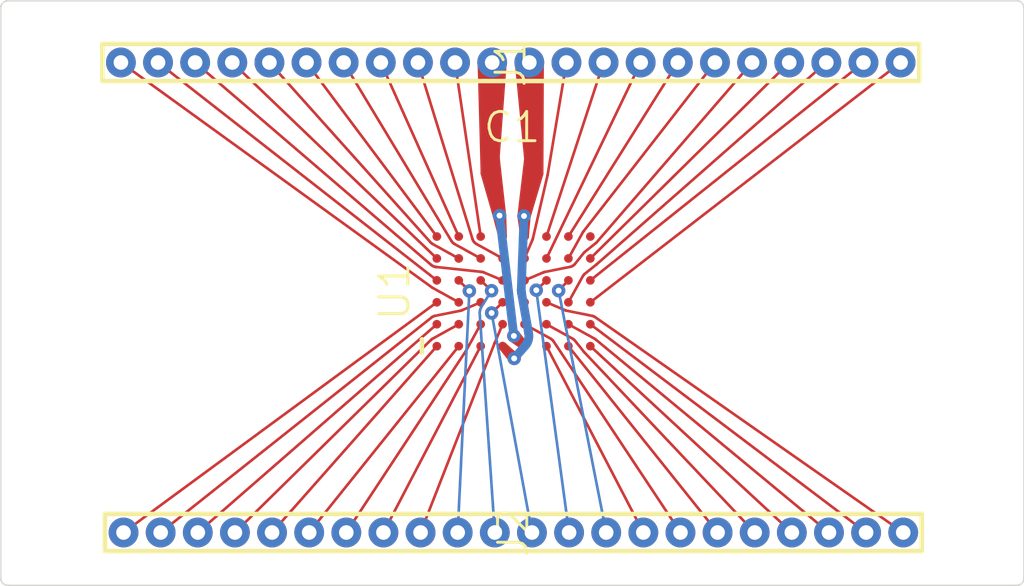
<source format=kicad_pcb>
(kicad_pcb (version 20221018) (generator jitx)
  (layers (0 F.Cu signal) (1 In1.Cu signal) (2 In2.Cu signal) (31 B.Cu signal) (34 "B.Paste" user) (35 "F.Paste" user) (36 "B.SilkS" user "B.Silkscreen") (37 "F.SilkS" user "F.Silkscreen") (38 "B.Mask" user) (39 "F.Mask" user) (44 "Edge.Cuts" user))
  (net 1 "escape8_p")
  (net 2 "escape7_p")
  (net 3 "escape16_p")
  (net 4 "escape27_p")
  (net 5 "escape1_p")
  (net 6 "escape20_p")
  (net 7 "escape11_p")
  (net 8 "escape32_p")
  (net 9 "escape22_p")
  (net 10 "escape18_p")
  (net 11 "escape25_p")
  (net 12 "escape6_p")
  (net 13 "escape10_p")
  (net 14 "escape42_p")
  (net 15 "escape40_p")
  (net 16 "escape34_p")
  (net 17 "escape38_p")
  (net 18 "escape0_p")
  (net 19 "escape28_p")
  (net 20 "escape3_p")
  (net 21 "escape24_p")
  (net 22 "escape4_p")
  (net 23 "escape15_p")
  (net 24 "escape5_p")
  (net 25 "escape2_p")
  (net 26 "escape21_p")
  (net 27 "escape26_p")
  (net 28 "escape19_p")
  (net 29 "escape12_p")
  (net 30 "escape29_p")
  (net 31 "escape39_p")
  (net 32 "escape13_p")
  (net 33 "escape36_p")
  (net 34 "escape14_p")
  (net 35 "escape43_p")
  (net 36 "escape33_p")
  (net 37 "escape23_p")
  (net 38 "escape31_p")
  (net 39 "escape41_p")
  (net 40 "escape37_p")
  (net 41 "escape30_p")
  (net 42 "escape9_p")
  (net 43 "escape17_p")
  (net 44 "escape35_p")
  (footprint "jitx-design:dummy0" (layer F.Cu) (at 139.694151568732 109.600106167648 0.0)
    (fp_poly (pts (xy -0.304598391973712 -0.296704390466782) (xy -0.341149675171227 -0.249069830793876) (xy -0.364126772347292 -0.193598211167455) (xy -0.371963832300806 -0.134069830793876) (xy -0.364126772347292 -0.0745414504202959) (xy -0.341149675171227 -0.0190698307938757) (xy -0.304598391973712 0.0285647288790303) (xy -0.256963832300806 0.0651160120765453) (xy 0.148838832300806 0.344141109606811) (xy 0.184714499341807 0.359001297454375) (xy 0.223213832300806 0.364069830793876) (xy 0.261713165259806 0.359001297454375) (xy 0.297588832300806 0.344141109606811) (xy 0.328395966002305 0.320501964495375) (xy 0.352035111113742 0.289694830793876) (xy 0.366895298961305 0.253819163752876) (xy 0.371963832300806 0.215319830793876) (xy 0.366895298961305 0.176820497834876) (xy 0.352035111113742 0.140944830793876) (xy 0.0572220105696145 -0.249069830793876) (xy 0.0206707273720996 -0.296704390466782) (xy -0.0269638323008063 -0.333255673664297) (xy -0.0824354519272266 -0.356232770840361) (xy -0.141963832300806 -0.364069830793876) (xy -0.201492212674386 -0.356232770840361) (xy -0.256963832300806 -0.333255673664297)) (layer F.Cu))
  )
  (footprint "jitx-design:dummy1" (layer F.Cu) (at 138.853303044004 104.279688174687 0.0)
    (fp_poly (pts (xy 0.00940851825906597 1.18513822353592) (xy 0.0459598014565809 1.23277278320883) (xy 0.0935943611294868 1.26932406640635) (xy 0.149065980755907 1.29230116358241) (xy 0.208594361129487 1.30013822353592) (xy 0.268122741503067 1.29230116358241) (xy 0.323594361129487 1.26932406640635) (xy 0.371228920802393 1.23277278320883) (xy 0.407780203999908 1.18513822353593) (xy 0.430757301175973 1.1296666039095) (xy 0.438594361129487 1.07013822353592) (xy 0.173537673226478 -1.30013822353592) (xy -0.438594361129487 -1.30013822353592) (xy -0.438594361129487 -0.350138223535925) (xy -0.0135685789169989 1.1296666039095)) (layer F.Cu))
  )
  (footprint "jitx-design:dummy2" (layer F.Cu) (at 138.810250529864 101.770981284475 0.0)
    (fp_poly (pts (xy -0.12940952255126 -2.14153157982093) (xy -0.25 -2.09158136856862) (xy -0.353553390593274 -2.01212205726967) (xy -0.433012701892219 -1.9085686666764) (xy -0.482962913144534 -1.78797818922766) (xy -0.5 -1.6585686666764) (xy -0.395541846989067 2.1585686666764) (xy 0.216590187366898 2.1585686666764) (xy 0.5 -1.6585686666764) (xy 0.482962913144534 -1.78797818922766) (xy 0.433012701892219 -1.9085686666764) (xy 0.353553390593274 -2.01212205726967) (xy 0.25 -2.09158136856862) (xy 0.12940952255126 -2.14153157982093) (xy 0.0 -2.1585686666764)) (layer F.Cu))
  )
  (footprint "jitx-design:dummy3" (layer F.Cu) (at 139.074006403083 105.667001198332 0.0)
    (fp_poly (pts (xy -0.0716373783231831 -0.539337740155676) (xy -0.127108997949603 -0.516360642979611) (xy -0.174743557622509 -0.479809359782096) (xy -0.211294840820024 -0.43217480010919) (xy -0.234271937996089 -0.37670318048277) (xy -0.242108997949603 -0.31717480010919) (xy -0.234271937996089 -0.25764641973561) (xy -0.0503224687108955 0.43692413306819) (xy -0.0354622808633318 0.47279980010919) (xy -0.0118231357518955 0.503606933810689) (xy 0.0189839979496034 0.527246078922125) (xy 0.0548596649906035 0.542106266769689) (xy 0.0933589979496035 0.54717480010919) (xy 0.131858330908603 0.542106266769689) (xy 0.167733997949603 0.527246078922125) (xy 0.198541131651102 0.503606933810689) (xy 0.222180276762539 0.47279980010919) (xy 0.237040464610102 0.43692413306819) (xy 0.242108997949603 0.39842480010919) (xy 0.217891002050397 -0.31717480010919) (xy 0.210053942096882 -0.37670318048277) (xy 0.187076844920818 -0.43217480010919) (xy 0.150525561723303 -0.479809359782096) (xy 0.102891002050397 -0.516360642979611) (xy 0.0474193824239764 -0.539337740155676) (xy -0.0121089979496034 -0.54717480010919)) (layer F.Cu))
  )
  (footprint "jitx-design:dummy4" (layer F.Cu) (at 139.899366387764 105.673980106521 0.0)
    (fp_poly (pts (xy -0.0595283803735798 -0.532358831967091) (xy -0.115 -0.509381734791026) (xy -0.162634559672906 -0.472830451593511) (xy -0.199185842870421 -0.425195891920605) (xy -0.222162940046486 -0.369724272294185) (xy -0.23 -0.310195891920605) (xy -0.222162940046486 -0.250667511547025) (xy -0.125682453391565 0.429945224879605) (xy -0.110822265544001 0.465820891920605) (xy -0.0871831204325648 0.496628025622104) (xy -0.0563759867310659 0.52026717073354) (xy -0.0205003196900658 0.535127358581104) (xy 0.0179990132689342 0.540195891920605) (xy 0.056498346227934 0.535127358581104) (xy 0.0923740132689341 0.52026717073354) (xy 0.123181146970433 0.496628025622104) (xy 0.146820292081869 0.465820891920605) (xy 0.161680479929433 0.429945224879605) (xy 0.166749013268934 0.391445891920605) (xy 0.23 -0.310195891920605) (xy 0.222162940046486 -0.369724272294185) (xy 0.199185842870421 -0.425195891920605) (xy 0.162634559672906 -0.472830451593511) (xy 0.115 -0.509381734791026) (xy 0.0595283803735798 -0.532358831967091) (xy 0.0 -0.540195891920605)) (layer F.Cu))
  )
  (footprint "jitx-design:dummy5" (layer F.Cu) (at 139.39038373325 110.051273165471 0.0)
    (fp_poly (pts (xy 0.0717683322170883 0.357802247786334) (xy 0.120004523196584 0.37778233228726) (xy 0.171768332217088 0.384597167029446) (xy 0.223532141237592 0.37778233228726) (xy 0.271768332217088 0.357802247786334) (xy 0.313189688454398 0.326018523266756) (xy 0.344973412973976 0.284597167029446) (xy 0.364953497474902 0.23636097604995) (xy 0.371768332217088 0.184597167029446) (xy 0.364953497474902 0.132833358008942) (xy 0.344973412973976 0.0845971670294459) (xy 0.313189688454398 0.0431758107921363) (xy -0.117836198515589 -0.341029300730945) (xy -0.148643332217088 -0.364668445842381) (xy -0.184518999258088 -0.379528633689945) (xy -0.223018332217088 -0.384597167029446) (xy -0.261517665176088 -0.379528633689945) (xy -0.297393332217088 -0.364668445842381) (xy -0.328200465918587 -0.341029300730945) (xy -0.351839611030024 -0.310222167029446) (xy -0.366699798877587 -0.274346499988446) (xy -0.371768332217088 -0.235847167029446) (xy -0.366699798877587 -0.197347834070446) (xy -0.351839611030024 -0.161472167029446) (xy -0.328200465918587 -0.130665033327947) (xy 0.0303469759797788 0.326018523266755)) (layer F.Cu))
  )
  (footprint "jitx-design:dummy6" (layer F.Cu) (at 140.080250529864 101.770981284475 0.0)
    (fp_poly (pts (xy -0.12940952255126 -2.14153157982093) (xy -0.25 -2.09158136856862) (xy -0.353553390593274 -2.01212205726967) (xy -0.433012701892219 -1.9085686666764) (xy -0.482962913144534 -1.78797818922766) (xy -0.5 -1.6585686666764) (xy -0.127673881345032 2.1585686666764) (xy 0.484458153010932 2.1585686666764) (xy 0.5 -1.6585686666764) (xy 0.482962913144534 -1.78797818922766) (xy 0.433012701892219 -1.9085686666764) (xy 0.353553390593274 -2.01212205726967) (xy 0.25 -2.09158136856862) (xy 0.12940952255126 -2.14153157982093) (xy 0.0 -2.1585686666764)) (layer F.Cu))
  )
  (footprint "jitx-design:dummy7" (layer F.Cu) (at 140.117037535319 104.286667082876 0.0)
    (fp_poly (pts (xy -0.416856990425798 1.19211713172451) (xy -0.380305707228283 1.23975169139742) (xy -0.332671147555377 1.27630297459493) (xy -0.277199527928957 1.299280071771) (xy -0.217671147555377 1.30711713172451) (xy -0.158142767181797 1.299280071771) (xy -0.102671147555377 1.27630297459493) (xy -0.0550365878824711 1.23975169139742) (xy -0.0184853046849561 1.19211713172451) (xy 0.00449179249110865 1.13664551209809) (xy 0.447671147555377 -0.357117131724511) (xy 0.447671147555377 -1.30711713172451) (xy -0.164460886800587 -1.30711713172451) (xy -0.447671147555377 1.07711713172451) (xy -0.439834087601863 1.13664551209809)) (layer F.Cu))
  )
  (footprint "jitx-design:LP_MY_COMPONENT" (layer F.Cu) (at 139.542365401033 107.940425998442 90.0)
    (pad A1 smd circle (at -1.875 -2.625 90.0) (size 0.2975 0.2975) (net 31 "escape39_p") (layers F.Cu F.Mask))
    (pad A2 smd circle (at -1.125 -2.625 90.0) (size 0.2975 0.2975) (net 39 "escape41_p") (layers F.Cu F.Mask))
    (pad A3 smd circle (at -0.375 -2.625 90.0) (size 0.2975 0.2975) (net 35 "escape43_p") (layers F.Cu F.Mask))
    (pad A4 smd circle (at 0.375 -2.625 90.0) (size 0.2975 0.2975) (net 6 "escape20_p") (layers F.Cu F.Mask))
    (pad A5 smd circle (at 1.125 -2.625 90.0) (size 0.2975 0.2975) (net 10 "escape18_p") (layers F.Cu F.Mask))
    (pad A6 smd circle (at 1.875 -2.625 90.0) (size 0.2975 0.2975) (net 3 "escape16_p") (layers F.Cu F.Mask))
    (pad B1 smd circle (at -1.875 -1.875 90.0) (size 0.2975 0.2975) (net 17 "escape38_p") (layers F.Cu F.Mask))
    (pad B2 smd circle (at -1.125 -1.875 90.0) (size 0.2975 0.2975) (net 15 "escape40_p") (layers F.Cu F.Mask))
    (pad B3 smd circle (at -0.375 -1.875 90.0) (size 0.2975 0.2975) (net 26 "escape21_p") (layers F.Cu F.Mask))
    (pad B4 smd circle (at 0.375 -1.875 90.0) (size 0.2975 0.2975) (net 16 "escape34_p") (layers F.Cu F.Mask))
    (pad B5 smd circle (at 1.125 -1.875 90.0) (size 0.2975 0.2975) (net 43 "escape17_p") (layers F.Cu F.Mask))
    (pad B6 smd circle (at 1.875 -1.875 90.0) (size 0.2975 0.2975) (net 34 "escape14_p") (layers F.Cu F.Mask))
    (pad C1 smd circle (at -1.875 -1.125 90.0) (size 0.2975 0.2975) (net 33 "escape36_p") (layers F.Cu F.Mask))
    (pad C2 smd circle (at -1.125 -1.125 90.0) (size 0.2975 0.2975) (net 40 "escape37_p") (layers F.Cu F.Mask))
    (pad C3 smd circle (at -0.375 -1.125 90.0) (size 0.2975 0.2975) (net 14 "escape42_p") (layers F.Cu F.Mask))
    (pad C4 smd circle (at 0.375 -1.125 90.0) (size 0.2975 0.2975) (net 36 "escape33_p") (layers F.Cu F.Mask))
    (pad C5 smd circle (at 1.125 -1.125 90.0) (size 0.2975 0.2975) (net 23 "escape15_p") (layers F.Cu F.Mask))
    (pad C6 smd circle (at 1.875 -1.125 90.0) (size 0.2975 0.2975) (net 29 "escape12_p") (layers F.Cu F.Mask))
    (pad D1 smd circle (at -1.875 -0.375 90.0) (size 0.2975 0.2975) (net 13 "escape10_p") (layers F.Cu F.Mask))
    (pad D2 smd circle (at -1.125 -0.375 90.0) (size 0.2975 0.2975) (net 44 "escape35_p") (layers F.Cu F.Mask))
    (pad D3 smd circle (at -0.375 -0.375 90.0) (size 0.2975 0.2975) (net 8 "escape32_p") (layers F.Cu F.Mask))
    (pad D4 smd circle (at 0.375 -0.375 90.0) (size 0.2975 0.2975) (net 28 "escape19_p") (layers F.Cu F.Mask))
    (pad D5 smd circle (at 1.125 -0.375 90.0) (size 0.2975 0.2975) (net 32 "escape13_p") (layers F.Cu F.Mask))
    (pad D6 smd circle (at 1.875 -0.375 90.0) (size 0.2975 0.2975) (net 7 "escape11_p") (layers F.Cu F.Mask))
    (pad E1 smd circle (at -1.875 0.375 90.0) (size 0.2975 0.2975) (net 7 "escape11_p") (layers F.Cu F.Mask))
    (pad E2 smd circle (at -1.125 0.375 90.0) (size 0.2975 0.2975) (net 19 "escape28_p") (layers F.Cu F.Mask))
    (pad E3 smd circle (at -0.375 0.375 90.0) (size 0.2975 0.2975) (layers F.Cu F.Mask))
    (pad E4 smd circle (at 0.375 0.375 90.0) (size 0.2975 0.2975) (net 22 "escape4_p") (layers F.Cu F.Mask))
    (pad E5 smd circle (at 1.125 0.375 90.0) (size 0.2975 0.2975) (net 42 "escape9_p") (layers F.Cu F.Mask))
    (pad E6 smd circle (at 1.875 0.375 90.0) (size 0.2975 0.2975) (net 13 "escape10_p") (layers F.Cu F.Mask))
    (pad F1 smd circle (at -1.875 1.125 90.0) (size 0.2975 0.2975) (net 30 "escape29_p") (layers F.Cu F.Mask))
    (pad F2 smd circle (at -1.125 1.125 90.0) (size 0.2975 0.2975) (net 27 "escape26_p") (layers F.Cu F.Mask))
    (pad F3 smd circle (at -0.375 1.125 90.0) (size 0.2975 0.2975) (net 9 "escape22_p") (layers F.Cu F.Mask))
    (pad F4 smd circle (at 0.375 1.125 90.0) (size 0.2975 0.2975) (net 38 "escape31_p") (layers F.Cu F.Mask))
    (pad F5 smd circle (at 1.125 1.125 90.0) (size 0.2975 0.2975) (net 2 "escape7_p") (layers F.Cu F.Mask))
    (pad F6 smd circle (at 1.875 1.125 90.0) (size 0.2975 0.2975) (net 1 "escape8_p") (layers F.Cu F.Mask))
    (pad G1 smd circle (at -1.875 1.875 90.0) (size 0.2975 0.2975) (net 4 "escape27_p") (layers F.Cu F.Mask))
    (pad G2 smd circle (at -1.125 1.875 90.0) (size 0.2975 0.2975) (net 21 "escape24_p") (layers F.Cu F.Mask))
    (pad G3 smd circle (at -0.375 1.875 90.0) (size 0.2975 0.2975) (net 25 "escape2_p") (layers F.Cu F.Mask))
    (pad G4 smd circle (at 0.375 1.875 90.0) (size 0.2975 0.2975) (net 41 "escape30_p") (layers F.Cu F.Mask))
    (pad G5 smd circle (at 1.125 1.875 90.0) (size 0.2975 0.2975) (net 24 "escape5_p") (layers F.Cu F.Mask))
    (pad G6 smd circle (at 1.875 1.875 90.0) (size 0.2975 0.2975) (net 12 "escape6_p") (layers F.Cu F.Mask))
    (pad H1 smd circle (at -1.875 2.625 90.0) (size 0.2975 0.2975) (net 11 "escape25_p") (layers F.Cu F.Mask))
    (pad H2 smd circle (at -1.125 2.625 90.0) (size 0.2975 0.2975) (net 37 "escape23_p") (layers F.Cu F.Mask))
    (pad H3 smd circle (at -0.375 2.625 90.0) (size 0.2975 0.2975) (net 18 "escape0_p") (layers F.Cu F.Mask))
    (pad H4 smd circle (at 0.375 2.625 90.0) (size 0.2975 0.2975) (net 5 "escape1_p") (layers F.Cu F.Mask))
    (pad H5 smd circle (at 1.125 2.625 90.0) (size 0.2975 0.2975) (net 20 "escape3_p") (layers F.Cu F.Mask))
    (pad H6 smd circle (at 1.875 2.625 90.0) (size 0.2975 0.2975) (layers F.Cu F.Mask))
    (fp_text value "~" hide)
    (fp_line (start -2.1 -3.1365) (end -1.641 -3.1365) (layer F.SilkS) (stroke (width 0.153)))
    (fp_text reference "U1" (at 0.0 -4.075 90.0) (layer F.SilkS) (effects (font (size 1.0 1.0) (thickness 0.10))))
  )
  (footprint "jitx-design:Pkg0603" (layer F.Cu) (at 139.489708682875 103.454549951151 90.0)
    (pad 1 smd rect (at 0.0 -0.768933982822018 90.0) (size 0.95 0.612132034355964) (net 7 "escape11_p") (layers F.Cu F.Mask F.Paste))
    (pad 2 smd rect (at 0.0 0.768933982822018 90.0) (size 0.95 0.612132034355964) (net 13 "escape10_p") (layers F.Cu F.Mask F.Paste))
    (fp_text value "22u" hide)
    (fp_text reference "C1" (at 1.125 0.0 0.0) (layer F.SilkS) (effects (font (size 1.0 1.0) (thickness 0.10))))
  )
  (footprint "jitx-design:PIN_GRID" (layer F.Cu) (at 139.445250529864 100.112412617799 270.0)
    (pad 1 thru_hole circle (at 0.0 -13.335 270.0) (size 1.02 1.02) (net 18 "escape0_p") (drill 0.5) (layers *.Cu B.Mask F.Mask))
    (pad 2 thru_hole circle (at 0.0 -12.065 270.0) (size 1.02 1.02) (net 5 "escape1_p") (drill 0.5) (layers *.Cu B.Mask F.Mask))
    (pad 3 thru_hole circle (at 0.0 -10.795 270.0) (size 1.02 1.02) (net 25 "escape2_p") (drill 0.5) (layers *.Cu B.Mask F.Mask))
    (pad 4 thru_hole circle (at 0.0 -9.525 270.0) (size 1.02 1.02) (net 20 "escape3_p") (drill 0.5) (layers *.Cu B.Mask F.Mask))
    (pad 5 thru_hole circle (at 0.0 -8.255 270.0) (size 1.02 1.02) (net 22 "escape4_p") (drill 0.5) (layers *.Cu B.Mask F.Mask))
    (pad 6 thru_hole circle (at 0.0 -6.985 270.0) (size 1.02 1.02) (net 24 "escape5_p") (drill 0.5) (layers *.Cu B.Mask F.Mask))
    (pad 7 thru_hole circle (at 0.0 -5.715 270.0) (size 1.02 1.02) (net 12 "escape6_p") (drill 0.5) (layers *.Cu B.Mask F.Mask))
    (pad 8 thru_hole circle (at 0.0 -4.445 270.0) (size 1.02 1.02) (net 2 "escape7_p") (drill 0.5) (layers *.Cu B.Mask F.Mask))
    (pad 9 thru_hole circle (at 0.0 -3.175 270.0) (size 1.02 1.02) (net 1 "escape8_p") (drill 0.5) (layers *.Cu B.Mask F.Mask))
    (pad 10 thru_hole circle (at 0.0 -1.905 270.0) (size 1.02 1.02) (net 42 "escape9_p") (drill 0.5) (layers *.Cu B.Mask F.Mask))
    (pad 11 thru_hole circle (at 0.0 -0.635000000000002 270.0) (size 1.02 1.02) (net 13 "escape10_p") (drill 0.5) (layers *.Cu B.Mask F.Mask))
    (pad 12 thru_hole circle (at 0.0 0.635 270.0) (size 1.02 1.02) (net 7 "escape11_p") (drill 0.5) (layers *.Cu B.Mask F.Mask))
    (pad 13 thru_hole circle (at 0.0 1.905 270.0) (size 1.02 1.02) (net 29 "escape12_p") (drill 0.5) (layers *.Cu B.Mask F.Mask))
    (pad 14 thru_hole circle (at 0.0 3.175 270.0) (size 1.02 1.02) (net 32 "escape13_p") (drill 0.5) (layers *.Cu B.Mask F.Mask))
    (pad 15 thru_hole circle (at 0.0 4.445 270.0) (size 1.02 1.02) (net 34 "escape14_p") (drill 0.5) (layers *.Cu B.Mask F.Mask))
    (pad 16 thru_hole circle (at 0.0 5.715 270.0) (size 1.02 1.02) (net 23 "escape15_p") (drill 0.5) (layers *.Cu B.Mask F.Mask))
    (pad 17 thru_hole circle (at 0.0 6.985 270.0) (size 1.02 1.02) (net 3 "escape16_p") (drill 0.5) (layers *.Cu B.Mask F.Mask))
    (pad 18 thru_hole circle (at 0.0 8.255 270.0) (size 1.02 1.02) (net 43 "escape17_p") (drill 0.5) (layers *.Cu B.Mask F.Mask))
    (pad 19 thru_hole circle (at 0.0 9.525 270.0) (size 1.02 1.02) (net 10 "escape18_p") (drill 0.5) (layers *.Cu B.Mask F.Mask))
    (pad 20 thru_hole circle (at 0.0 10.795 270.0) (size 1.02 1.02) (net 28 "escape19_p") (drill 0.5) (layers *.Cu B.Mask F.Mask))
    (pad 21 thru_hole circle (at 0.0 12.065 270.0) (size 1.02 1.02) (net 6 "escape20_p") (drill 0.5) (layers *.Cu B.Mask F.Mask))
    (pad 22 thru_hole circle (at 0.0 13.335 270.0) (size 1.02 1.02) (net 26 "escape21_p") (drill 0.5) (layers *.Cu B.Mask F.Mask))
    (fp_text value "~" hide)
    (fp_line (start -0.635 13.97) (end 0.635 13.97) (layer F.SilkS) (stroke (width 0.153)))
    (fp_line (start 0.635 13.97) (end 0.635 -13.97) (layer F.SilkS) (stroke (width 0.153)))
    (fp_line (start 0.635 -13.97) (end -0.635 -13.97) (layer F.SilkS) (stroke (width 0.153)))
    (fp_line (start -0.635 -13.97) (end -0.635 13.97) (layer F.SilkS) (stroke (width 0.153)))
    (fp_text reference "J1" (at 0.0 0.0 90.0) (layer F.SilkS) (effects (font (size 1.0 1.0) (thickness 0.10))))
  )
  (footprint "jitx-design:PIN_GRID" (layer F.Cu) (at 139.535530208654 116.189578116088 270.0)
    (pad 1 thru_hole circle (at 0.0 -13.335 270.0) (size 1.02 1.02) (net 9 "escape22_p") (drill 0.5) (layers *.Cu B.Mask F.Mask))
    (pad 2 thru_hole circle (at 0.0 -12.065 270.0) (size 1.02 1.02) (net 37 "escape23_p") (drill 0.5) (layers *.Cu B.Mask F.Mask))
    (pad 3 thru_hole circle (at 0.0 -10.795 270.0) (size 1.02 1.02) (net 21 "escape24_p") (drill 0.5) (layers *.Cu B.Mask F.Mask))
    (pad 4 thru_hole circle (at 0.0 -9.525 270.0) (size 1.02 1.02) (net 11 "escape25_p") (drill 0.5) (layers *.Cu B.Mask F.Mask))
    (pad 5 thru_hole circle (at 0.0 -8.255 270.0) (size 1.02 1.02) (net 27 "escape26_p") (drill 0.5) (layers *.Cu B.Mask F.Mask))
    (pad 6 thru_hole circle (at 0.0 -6.985 270.0) (size 1.02 1.02) (net 4 "escape27_p") (drill 0.5) (layers *.Cu B.Mask F.Mask))
    (pad 7 thru_hole circle (at 0.0 -5.715 270.0) (size 1.02 1.02) (net 19 "escape28_p") (drill 0.5) (layers *.Cu B.Mask F.Mask))
    (pad 8 thru_hole circle (at 0.0 -4.445 270.0) (size 1.02 1.02) (net 30 "escape29_p") (drill 0.5) (layers *.Cu B.Mask F.Mask))
    (pad 9 thru_hole circle (at 0.0 -3.175 270.0) (size 1.02 1.02) (net 41 "escape30_p") (drill 0.5) (layers *.Cu B.Mask F.Mask))
    (pad 10 thru_hole circle (at 0.0 -1.905 270.0) (size 1.02 1.02) (net 38 "escape31_p") (drill 0.5) (layers *.Cu B.Mask F.Mask))
    (pad 11 thru_hole circle (at 0.0 -0.635000000000002 270.0) (size 1.02 1.02) (net 8 "escape32_p") (drill 0.5) (layers *.Cu B.Mask F.Mask))
    (pad 12 thru_hole circle (at 0.0 0.635 270.0) (size 1.02 1.02) (net 36 "escape33_p") (drill 0.5) (layers *.Cu B.Mask F.Mask))
    (pad 13 thru_hole circle (at 0.0 1.905 270.0) (size 1.02 1.02) (net 16 "escape34_p") (drill 0.5) (layers *.Cu B.Mask F.Mask))
    (pad 14 thru_hole circle (at 0.0 3.175 270.0) (size 1.02 1.02) (net 44 "escape35_p") (drill 0.5) (layers *.Cu B.Mask F.Mask))
    (pad 15 thru_hole circle (at 0.0 4.445 270.0) (size 1.02 1.02) (net 33 "escape36_p") (drill 0.5) (layers *.Cu B.Mask F.Mask))
    (pad 16 thru_hole circle (at 0.0 5.715 270.0) (size 1.02 1.02) (net 40 "escape37_p") (drill 0.5) (layers *.Cu B.Mask F.Mask))
    (pad 17 thru_hole circle (at 0.0 6.985 270.0) (size 1.02 1.02) (net 17 "escape38_p") (drill 0.5) (layers *.Cu B.Mask F.Mask))
    (pad 18 thru_hole circle (at 0.0 8.255 270.0) (size 1.02 1.02) (net 31 "escape39_p") (drill 0.5) (layers *.Cu B.Mask F.Mask))
    (pad 19 thru_hole circle (at 0.0 9.525 270.0) (size 1.02 1.02) (net 15 "escape40_p") (drill 0.5) (layers *.Cu B.Mask F.Mask))
    (pad 20 thru_hole circle (at 0.0 10.795 270.0) (size 1.02 1.02) (net 39 "escape41_p") (drill 0.5) (layers *.Cu B.Mask F.Mask))
    (pad 21 thru_hole circle (at 0.0 12.065 270.0) (size 1.02 1.02) (net 14 "escape42_p") (drill 0.5) (layers *.Cu B.Mask F.Mask))
    (pad 22 thru_hole circle (at 0.0 13.335 270.0) (size 1.02 1.02) (net 35 "escape43_p") (drill 0.5) (layers *.Cu B.Mask F.Mask))
    (fp_text value "~" hide)
    (fp_line (start -0.635 13.97) (end 0.635 13.97) (layer F.SilkS) (stroke (width 0.153)))
    (fp_line (start 0.635 13.97) (end 0.635 -13.97) (layer F.SilkS) (stroke (width 0.153)))
    (fp_line (start 0.635 -13.97) (end -0.635 -13.97) (layer F.SilkS) (stroke (width 0.153)))
    (fp_line (start -0.635 -13.97) (end -0.635 13.97) (layer F.SilkS) (stroke (width 0.153)))
    (fp_text reference "J2" (at 0.0 0.0 90.0) (layer F.SilkS) (effects (font (size 1.0 1.0) (thickness 0.10))))
  )
  (segment (start 141.350250529864 100.112412617799) (end 140.707721574363 103.953473012584) (layer F.Cu) (width 0.09) (net 42))
  (arc (start 140.707721574363 103.953473012584) (mid 140.706913117539 103.957885419418) (end 140.705968557466 103.962270706498) (layer F.Cu) (width 0.09) (net 42))
  (segment (start 140.705968557466 103.962270706498) (end 140.202306742285 106.136646086747) (layer F.Cu) (width 0.09) (net 42))
  (arc (start 140.202306742285 106.136646086747) (mid 140.199128157719 106.148180922514) (end 140.195009399908 106.159414429094) (layer F.Cu) (width 0.09) (net 42))
  (segment (start 140.195009399908 106.159414429094) (end 140.18014921206 106.195290096135) (layer F.Cu) (width 0.09) (net 42))
  (arc (start 140.18014921206 106.195290096135) (mid 140.179922792069 106.195833598662) (end 140.179694167032 106.196376177321) (layer F.Cu) (width 0.09) (net 42))
  (segment (start 140.179694167032 106.196376177321) (end 139.917365401033 106.815425998442) (layer F.Cu) (width 0.09) (net 42))
  (segment (start 137.667365401033 106.815425998442) (end 136.772863033061 106.321161233388) (layer F.Cu) (width 0.09) (net 43))
  (arc (start 136.772863033061 106.321161233388) (mid 136.763569157879 106.315562017233) (end 136.754719993827 106.309283511597) (layer F.Cu) (width 0.09) (net 43))
  (segment (start 136.754719993827 106.309283511597) (end 136.723912860125 106.285644366485) (layer F.Cu) (width 0.09) (net 43))
  (arc (start 136.723912860125 106.285644366485) (mid 136.713623146538 106.276960859372) (end 136.704183236835 106.267360359057) (layer F.Cu) (width 0.09) (net 43))
  (segment (start 136.704183236835 106.267360359057) (end 131.190250529864 100.112412617799) (layer F.Cu) (width 0.09) (net 43))
  (segment (start 139.167365401033 109.065425998442) (end 138.905036635034 109.684475819562) (layer F.Cu) (width 0.09) (net 44))
  (arc (start 138.905036635034 109.684475819562) (mid 138.904808009997 109.685018398222) (end 138.904581590006 109.685561900749) (layer F.Cu) (width 0.09) (net 44))
  (segment (start 138.904581590006 109.685561900749) (end 138.889721402158 109.72143756779) (layer F.Cu) (width 0.09) (net 44))
  (arc (start 138.889721402158 109.72143756779) (mid 138.889174312259 109.722777228191) (end 138.888640618926 109.724122281637) (layer F.Cu) (width 0.09) (net 44))
  (segment (start 138.888640618926 109.724122281637) (end 136.360530208654 116.189578116088) (layer F.Cu) (width 0.09) (net 44))
  (segment (start 142.620250529864 100.112412617799) (end 140.667365401033 106.065425998442) (layer F.Cu) (width 0.09) (net 1))
  (segment (start 143.890250529864 100.112412617799) (end 140.667365401033 106.815425998442) (layer F.Cu) (width 0.09) (net 2))
  (segment (start 132.460250529864 100.112412617799) (end 136.917365401033 106.065425998442) (layer F.Cu) (width 0.09) (net 3))
  (segment (start 141.417365401033 109.815425998442) (end 146.520530208654 116.189578116088) (layer F.Cu) (width 0.09) (net 4))
  (segment (start 151.510250529864 100.112412617799) (end 142.167365401033 107.565425998442) (layer F.Cu) (width 0.09) (net 5))
  (segment (start 127.380250529864 100.112412617799) (end 136.917365401033 107.565425998442) (layer F.Cu) (width 0.09) (net 6))
  (segment (start 139.552187736431 109.466036336854) (end 139.061897405134 105.349826398223) (layer B.Cu) (width 0.3) (net 7))
  (segment (start 138.791722765167 108.680979871027) (end 140.170530208654 116.189578116088) (layer B.Cu) (width 0.09) (net 8))
  (segment (start 139.167365401033 108.315425998442) (end 138.791722765167 108.680979871027) (layer F.Cu) (width 0.09) (net 8))
  (segment (start 152.870530208654 116.189578116088) (end 142.324815395747 108.817762196712) (layer F.Cu) (width 0.09) (net 9))
  (arc (start 142.324815395747 108.817762196712) (mid 142.311433697672 108.809451880873) (end 142.297229498726 108.802642187415) (layer F.Cu) (width 0.09) (net 9))
  (segment (start 142.297229498726 108.802642187415) (end 142.261353831685 108.787781999567) (layer F.Cu) (width 0.09) (net 9))
  (arc (start 142.261353831685 108.787781999567) (mid 142.248141253367 108.783044510478) (end 142.234532520379 108.779606718291) (layer F.Cu) (width 0.09) (net 9))
  (segment (start 142.234532520379 108.779606718291) (end 141.350198281687 108.601245278592) (layer F.Cu) (width 0.09) (net 9))
  (arc (start 141.350198281687 108.601245278592) (mid 141.336589548698 108.597807486405) (end 141.323376970381 108.593069997316) (layer F.Cu) (width 0.09) (net 9))
  (segment (start 141.323376970381 108.593069997316) (end 141.28750130334 108.578209809469) (layer F.Cu) (width 0.09) (net 9))
  (arc (start 141.28750130334 108.578209809469) (mid 141.286957800813 108.577983389478) (end 141.286415222154 108.577754764441) (layer F.Cu) (width 0.09) (net 9))
  (segment (start 141.286415222154 108.577754764441) (end 140.667365401033 108.315425998442) (layer F.Cu) (width 0.09) (net 9))
  (segment (start 129.920250529864 100.112412617799) (end 136.917365401033 106.815425998442) (layer F.Cu) (width 0.09) (net 10))
  (segment (start 142.167365401033 109.815425998442) (end 149.060530208654 116.189578116088) (layer F.Cu) (width 0.09) (net 11))
  (segment (start 145.160250529864 100.112412617799) (end 141.417365401033 106.065425998442) (layer F.Cu) (width 0.09) (net 12))
  (segment (start 139.562152065467 110.2358703325) (end 139.928871497304 109.815322817132) (layer B.Cu) (width 0.3) (net 13))
  (arc (start 139.928871497304 109.815322817132) (mid 139.934610836651 109.808529166963) (end 139.940134644747 109.801559142365) (layer B.Cu) (width 0.3) (net 13))
  (segment (start 139.940134644747 109.801559142365) (end 139.976685927944 109.753924582692) (layer B.Cu) (width 0.3) (net 13))
  (arc (start 139.976685927945 109.753924582692) (mid 139.997324793977 109.723036336854) (end 140.013755366535 109.689718431646) (layer B.Cu) (width 0.3) (net 13))
  (segment (start 140.013755366535 109.689718431646) (end 140.036732463711 109.634246812019) (layer B.Cu) (width 0.3) (net 13))
  (arc (start 140.036732463711 109.634246812019) (mid 140.048673611144 109.599069326037) (end 140.055921017108 109.562634155818) (layer B.Cu) (width 0.3) (net 13))
  (segment (start 140.055921017108 109.562634155818) (end 140.063758077062 109.503105775444) (layer B.Cu) (width 0.3) (net 13))
  (arc (start 140.063758077062 109.503105775444) (mid 140.066187736431 109.466036336854) (end 140.063758077062 109.428966898263) (layer B.Cu) (width 0.3) (net 13))
  (segment (start 140.063758077062 109.428966898263) (end 140.055921017108 109.36943851789) (layer B.Cu) (width 0.3) (net 13))
  (arc (start 140.055921017108 109.36943851789) (mid 140.055049880664 109.363334390852) (end 140.054046429551 109.357250614766) (layer B.Cu) (width 0.3) (net 13))
  (segment (start 140.054046429551 109.357250614766) (end 139.816657458613 108.00929547371) (layer B.Cu) (width 0.3) (net 13))
  (arc (start 139.816657458613 108.00929547371) (mid 139.8156540075 108.003211697624) (end 139.814782871056 107.997107570587) (layer B.Cu) (width 0.3) (net 13))
  (segment (start 139.814782871056 107.997107570587) (end 139.806945811102 107.937579190213) (layer B.Cu) (width 0.3) (net 13))
  (arc (start 139.806945811102 107.937579190213) (mid 139.804826099022 107.913774516723) (end 139.804715303564 107.889875910412) (layer B.Cu) (width 0.3) (net 13))
  (segment (start 139.804715303564 107.889875910412) (end 139.899366387764 105.3637842146) (layer B.Cu) (width 0.3) (net 13))
  (segment (start 138.417365401033 108.315425998442) (end 137.798315579912 108.577754764441) (layer F.Cu) (width 0.09) (net 14))
  (arc (start 137.798315579912 108.577754764441) (mid 137.797773001253 108.577983389478) (end 137.797229498726 108.578209809469) (layer F.Cu) (width 0.09) (net 14))
  (segment (start 137.797229498726 108.578209809469) (end 137.761353831685 108.593069997316) (layer F.Cu) (width 0.09) (net 14))
  (arc (start 137.761353831685 108.593069997316) (mid 137.748141253367 108.597807486405) (end 137.734532520379 108.601245278592) (layer F.Cu) (width 0.09) (net 14))
  (segment (start 137.734532520379 108.601245278592) (end 136.850198281687 108.779606718291) (layer F.Cu) (width 0.09) (net 14))
  (arc (start 136.850198281687 108.779606718291) (mid 136.836589548698 108.783044510478) (end 136.823376970381 108.787781999567) (layer F.Cu) (width 0.09) (net 14))
  (segment (start 136.823376970381 108.787781999567) (end 136.78750130334 108.802642187415) (layer F.Cu) (width 0.09) (net 14))
  (arc (start 136.78750130334 108.802642187415) (mid 136.770490401033 108.81103103608) (end 136.754719993827 108.821568485286) (layer F.Cu) (width 0.09) (net 14))
  (segment (start 136.754719993827 108.821568485286) (end 136.723912860125 108.845207630398) (layer F.Cu) (width 0.09) (net 14))
  (arc (start 136.723912860125 108.845207630398) (mid 136.722973214065 108.845934782003) (end 136.722039557847 108.846669608677) (layer F.Cu) (width 0.09) (net 14))
  (segment (start 136.722039557847 108.846669608677) (end 127.470530208654 116.189578116088) (layer F.Cu) (width 0.09) (net 14))
  (segment (start 137.667365401033 109.065425998442) (end 136.772863033061 109.559690763495) (layer F.Cu) (width 0.09) (net 15))
  (arc (start 136.772863033061 109.559690763495) (mid 136.763569157879 109.565289979651) (end 136.754719993827 109.571568485286) (layer F.Cu) (width 0.09) (net 15))
  (segment (start 136.754719993827 109.571568485286) (end 136.723912860125 109.595207630398) (layer F.Cu) (width 0.09) (net 15))
  (arc (start 136.723912860125 109.595207630398) (mid 136.717060263227 109.600806146881) (end 136.710561924172 109.606812232178) (layer F.Cu) (width 0.09) (net 15))
  (segment (start 136.710561924172 109.606812232178) (end 130.010530208654 116.189578116088) (layer F.Cu) (width 0.09) (net 15))
  (segment (start 138.030364786968 107.928425384377) (end 137.630530208654 116.189578116088) (layer B.Cu) (width 0.09) (net 16))
  (segment (start 137.667365401033 107.565425998442) (end 138.030364786968 107.928425384377) (layer F.Cu) (width 0.09) (net 16))
  (segment (start 137.667365401033 109.815425998442) (end 132.550530208654 116.189578116088) (layer F.Cu) (width 0.09) (net 17))
  (segment (start 152.780250529864 100.112412617799) (end 142.167365401033 108.315425998442) (layer F.Cu) (width 0.09) (net 18))
  (segment (start 145.250530208654 116.189578116088) (end 140.9169955053 109.660862297913) (layer F.Cu) (width 0.09) (net 19))
  (arc (start 140.9169955053 109.660862297913) (mid 140.914178423427 109.656772006714) (end 140.911222914188 109.652780591235) (layer F.Cu) (width 0.09) (net 19))
  (segment (start 140.911222914188 109.652780591235) (end 140.887583769077 109.621973457534) (layer F.Cu) (width 0.09) (net 19))
  (arc (start 140.887583769077 109.621973457534) (mid 140.875078018007 109.607713381468) (end 140.860817941941 109.595207630398) (layer F.Cu) (width 0.09) (net 19))
  (segment (start 140.860817941941 109.595207630398) (end 140.830010808239 109.571568485286) (layer F.Cu) (width 0.09) (net 19))
  (arc (start 140.830010808239 109.571568485286) (mid 140.821161644187 109.565289979651) (end 140.811867769005 109.559690763495) (layer F.Cu) (width 0.09) (net 19))
  (segment (start 140.811867769005 109.559690763495) (end 139.917365401033 109.065425998442) (layer F.Cu) (width 0.09) (net 19))
  (segment (start 148.970250529864 100.112412617799) (end 142.167365401033 106.815425998442) (layer F.Cu) (width 0.09) (net 20))
  (segment (start 141.417365401033 109.065425998442) (end 142.311867769005 109.559690763495) (layer F.Cu) (width 0.09) (net 21))
  (arc (start 142.311867769005 109.559690763495) (mid 142.321161644187 109.565289979651) (end 142.330010808239 109.571568485286) (layer F.Cu) (width 0.09) (net 21))
  (segment (start 142.330010808239 109.571568485286) (end 142.360817941941 109.595207630398) (layer F.Cu) (width 0.09) (net 21))
  (arc (start 142.360817941941 109.595207630398) (mid 142.36291697169 109.59684913442) (end 142.364985482309 109.598528933562) (layer F.Cu) (width 0.09) (net 21))
  (segment (start 142.364985482309 109.598528933562) (end 150.330530208654 116.189578116088) (layer F.Cu) (width 0.09) (net 21))
  (segment (start 139.917365401033 107.565425998442) (end 140.536415222154 107.303097232443) (layer F.Cu) (width 0.09) (net 22))
  (arc (start 140.536415222154 107.303097232443) (mid 140.536957800813 107.302868607405) (end 140.53750130334 107.302642187415) (layer F.Cu) (width 0.09) (net 22))
  (segment (start 140.53750130334 107.302642187415) (end 140.573376970381 107.287781999567) (layer F.Cu) (width 0.09) (net 22))
  (arc (start 140.573376970381 107.287781999567) (mid 140.586589548698 107.283044510478) (end 140.600198281687 107.279606718291) (layer F.Cu) (width 0.09) (net 22))
  (segment (start 140.600198281687 107.279606718291) (end 141.484532520379 107.101245278592) (layer F.Cu) (width 0.09) (net 22))
  (arc (start 141.484532520379 107.101245278592) (mid 141.498141253367 107.097807486405) (end 141.511353831685 107.093069997316) (layer F.Cu) (width 0.09) (net 22))
  (segment (start 141.511353831685 107.093069997316) (end 141.547229498726 107.078209809469) (layer F.Cu) (width 0.09) (net 22))
  (arc (start 141.547229498726 107.078209809469) (mid 141.564240401033 107.069820960803) (end 141.580010808239 107.059283511597) (layer F.Cu) (width 0.09) (net 22))
  (segment (start 141.580010808239 107.059283511597) (end 141.610817941941 107.035644366485) (layer F.Cu) (width 0.09) (net 22))
  (arc (start 141.610817941941 107.035644366485) (mid 141.624038023785 107.024168166095) (end 141.635778715871 107.011182408947) (layer F.Cu) (width 0.09) (net 22))
  (segment (start 141.635778715871 107.011182408947) (end 141.948952086195 106.619669587937) (layer F.Cu) (width 0.09) (net 22))
  (arc (start 141.948952086195 106.619669587937) (mid 141.959652784059 106.607713381468) (end 141.971608990528 106.597012683604) (layer F.Cu) (width 0.09) (net 22))
  (segment (start 141.971608990528 106.597012683604) (end 142.363121811538 106.283839313279) (layer F.Cu) (width 0.09) (net 22))
  (arc (start 142.363121811538 106.283839313279) (mid 142.373108960613 106.275070563789) (end 142.382251278373 106.26542421006) (layer F.Cu) (width 0.09) (net 22))
  (segment (start 142.382251278373 106.26542421006) (end 147.700250529864 100.112412617799) (layer F.Cu) (width 0.09) (net 22))
  (segment (start 138.417365401033 106.815425998442) (end 137.522863033061 106.321161233388) (layer F.Cu) (width 0.09) (net 23))
  (arc (start 137.522863033061 106.321161233388) (mid 137.513569157879 106.315562017233) (end 137.504719993827 106.309283511597) (layer F.Cu) (width 0.09) (net 23))
  (segment (start 137.504719993827 106.309283511597) (end 137.473912860125 106.285644366485) (layer F.Cu) (width 0.09) (net 23))
  (arc (start 137.473912860125 106.285644366485) (mid 137.459652784059 106.273138615415) (end 137.447147032989 106.258878539349) (layer F.Cu) (width 0.09) (net 23))
  (segment (start 137.447147032989 106.258878539349) (end 137.423507887878 106.228071405648) (layer F.Cu) (width 0.09) (net 23))
  (arc (start 137.423507887878 106.228071405648) (mid 137.418774598512 106.221533863255) (end 137.414412400923 106.214743081198) (layer F.Cu) (width 0.09) (net 23))
  (segment (start 137.414412400923 106.214743081198) (end 133.730250529864 100.112412617799) (layer F.Cu) (width 0.09) (net 23))
  (segment (start 146.430250529864 100.112412617799) (end 141.947760414019 105.871179783092) (layer F.Cu) (width 0.09) (net 24))
  (arc (start 141.947760414019 105.871179783092) (mid 141.947453037197 105.87157608991) (end 141.947147032989 105.871973457534) (layer F.Cu) (width 0.09) (net 24))
  (segment (start 141.947147032989 105.871973457534) (end 141.923507887878 105.902780591235) (layer F.Cu) (width 0.09) (net 24))
  (arc (start 141.923507887878 105.902780591235) (mid 141.917229382242 105.911629755288) (end 141.911630166087 105.92092363047) (layer F.Cu) (width 0.09) (net 24))
  (segment (start 141.911630166087 105.92092363047) (end 141.417365401033 106.815425998442) (layer F.Cu) (width 0.09) (net 24))
  (segment (start 141.417365401033 108.315425998442) (end 141.911630166087 107.42092363047) (layer F.Cu) (width 0.09) (net 25))
  (arc (start 141.911630166087 107.42092363047) (mid 141.917229382242 107.411629755288) (end 141.923507887878 107.402780591235) (layer F.Cu) (width 0.09) (net 25))
  (segment (start 141.923507887878 107.402780591235) (end 141.947147032989 107.371973457534) (layer F.Cu) (width 0.09) (net 25))
  (arc (start 141.947147032989 107.371973457534) (mid 141.958623233379 107.358753375689) (end 141.971608990528 107.347012683604) (layer F.Cu) (width 0.09) (net 25))
  (segment (start 141.971608990528 107.347012683604) (end 142.363121811538 107.033839313279) (layer F.Cu) (width 0.09) (net 25))
  (arc (start 142.363121811538 107.033839313279) (mid 142.365715179259 107.031715242688) (end 142.368258751668 107.029531788679) (layer F.Cu) (width 0.09) (net 25))
  (segment (start 142.368258751668 107.029531788679) (end 150.240250529864 100.112412617799) (layer F.Cu) (width 0.09) (net 25))
  (segment (start 126.110250529864 100.112412617799) (end 136.758027028469 107.811747172244) (layer F.Cu) (width 0.09) (net 26))
  (arc (start 136.758027028469 107.811747172244) (mid 136.76530230293 107.816679133457) (end 136.772863033061 107.821161233388) (layer F.Cu) (width 0.09) (net 26))
  (segment (start 136.772863033061 107.821161233388) (end 137.667365401033 108.315425998442) (layer F.Cu) (width 0.09) (net 26))
  (segment (start 147.790530208654 116.189578116088) (end 141.956826898869 110.020232605163) (layer F.Cu) (width 0.09) (net 27))
  (arc (start 141.956826898869 110.020232605163) (mid 141.95279585616 110.015788982514) (end 141.948952086195 110.011182408947) (layer F.Cu) (width 0.09) (net 27))
  (segment (start 141.948952086195 110.011182408947) (end 141.635778715871 109.619669587937) (layer F.Cu) (width 0.09) (net 27))
  (arc (start 141.635778715871 109.619669587937) (mid 141.624038023785 109.606683830788) (end 141.610817941941 109.595207630398) (layer F.Cu) (width 0.09) (net 27))
  (segment (start 141.610817941941 109.595207630398) (end 141.580010808239 109.571568485286) (layer F.Cu) (width 0.09) (net 27))
  (arc (start 141.580010808239 109.571568485286) (mid 141.571161644187 109.565289979651) (end 141.561867769005 109.559690763495) (layer F.Cu) (width 0.09) (net 27))
  (segment (start 141.561867769005 109.559690763495) (end 140.667365401033 109.065425998442) (layer F.Cu) (width 0.09) (net 27))
  (segment (start 139.167365401033 107.565425998442) (end 138.548315579912 107.303097232443) (layer F.Cu) (width 0.09) (net 28))
  (arc (start 138.548315579912 107.303097232443) (mid 138.547773001253 107.302868607405) (end 138.547229498726 107.302642187415) (layer F.Cu) (width 0.09) (net 28))
  (segment (start 138.547229498726 107.302642187415) (end 138.511353831685 107.287781999567) (layer F.Cu) (width 0.09) (net 28))
  (arc (start 138.511353831685 107.287781999567) (mid 138.493393495532 107.281685286969) (end 138.474791031864 107.277985026882) (layer F.Cu) (width 0.09) (net 28))
  (segment (start 138.474791031864 107.277985026882) (end 138.436291698905 107.272916493542) (layer F.Cu) (width 0.09) (net 28))
  (arc (start 138.436291698905 107.272916493542) (mid 138.434559310038 107.272699022876) (end 138.432824428185 107.272502427772) (layer F.Cu) (width 0.09) (net 28))
  (segment (start 138.432824428185 107.272502427772) (end 136.901906373881 107.108349569111) (layer F.Cu) (width 0.09) (net 28))
  (arc (start 136.901906373881 107.108349569111) (mid 136.900171492028 107.108152974008) (end 136.898439103161 107.107935503341) (layer F.Cu) (width 0.09) (net 28))
  (segment (start 136.898439103161 107.107935503341) (end 136.859939770202 107.102866970001) (layer F.Cu) (width 0.09) (net 28))
  (arc (start 136.859939770202 107.102866970001) (mid 136.841337306534 107.099166709914) (end 136.823376970381 107.093069997316) (layer F.Cu) (width 0.09) (net 28))
  (segment (start 136.823376970381 107.093069997316) (end 136.78750130334 107.078209809469) (layer F.Cu) (width 0.09) (net 28))
  (arc (start 136.78750130334 107.078209809469) (mid 136.770490401033 107.069820960803) (end 136.754719993827 107.059283511597) (layer F.Cu) (width 0.09) (net 28))
  (segment (start 136.754719993827 107.059283511597) (end 136.723912860125 107.035644366485) (layer F.Cu) (width 0.09) (net 28))
  (arc (start 136.723912860125 107.035644366485) (mid 136.720819246625 107.033203050858) (end 136.717793120681 107.030678565118) (layer F.Cu) (width 0.09) (net 28))
  (segment (start 136.717793120681 107.030678565118) (end 128.650250529864 100.112412617799) (layer F.Cu) (width 0.09) (net 28))
  (segment (start 137.540250529864 100.112412617799) (end 138.417365401033 106.065425998442) (layer F.Cu) (width 0.09) (net 29))
  (segment (start 140.667365401033 109.815425998442) (end 143.980530208654 116.189578116088) (layer F.Cu) (width 0.09) (net 30))
  (segment (start 136.917365401033 109.815425998442) (end 131.280530208654 116.189578116088) (layer F.Cu) (width 0.09) (net 31))
  (segment (start 139.167365401033 106.815425998442) (end 138.272863033061 106.321161233388) (layer F.Cu) (width 0.09) (net 32))
  (arc (start 138.272863033061 106.321161233388) (mid 138.263569157879 106.315562017233) (end 138.254719993827 106.309283511597) (layer F.Cu) (width 0.09) (net 32))
  (segment (start 138.254719993827 106.309283511597) (end 138.223912860125 106.285644366485) (layer F.Cu) (width 0.09) (net 32))
  (arc (start 138.223912860125 106.285644366485) (mid 138.209652784059 106.273138615415) (end 138.197147032989 106.258878539349) (layer F.Cu) (width 0.09) (net 32))
  (segment (start 138.197147032989 106.258878539349) (end 138.173507887878 106.228071405648) (layer F.Cu) (width 0.09) (net 32))
  (arc (start 138.173507887878 106.228071405648) (mid 138.162970438671 106.212300998442) (end 138.154581590006 106.195290096135) (layer F.Cu) (width 0.09) (net 32))
  (segment (start 138.154581590006 106.195290096135) (end 138.139721402158 106.159414429094) (layer F.Cu) (width 0.09) (net 32))
  (arc (start 138.139721402158 106.159414429094) (mid 138.137287829977 106.153130033469) (end 138.135148885719 106.146739351237) (layer F.Cu) (width 0.09) (net 32))
  (segment (start 138.135148885719 106.146739351237) (end 136.270250529864 100.112412617799) (layer F.Cu) (width 0.09) (net 32))
  (segment (start 138.417365401033 109.815425998442) (end 135.090530208654 116.189578116088) (layer F.Cu) (width 0.09) (net 33))
  (segment (start 135.000250529864 100.112412617799) (end 137.667365401033 106.065425998442) (layer F.Cu) (width 0.09) (net 34))
  (segment (start 136.917365401033 108.315425998442) (end 126.200530208654 116.189578116088) (layer F.Cu) (width 0.09) (net 35))
  (segment (start 138.900530208654 116.189578116088) (end 138.383147587828 108.693304887799) (layer B.Cu) (width 0.09) (net 36))
  (arc (start 138.383147587828 108.693304887799) (mid 138.382808740952 108.675432624931) (end 138.384254134981 108.65761568262) (layer B.Cu) (width 0.09) (net 36))
  (segment (start 138.384254134981 108.65761568262) (end 138.392091194934 108.598087302246) (layer B.Cu) (width 0.09) (net 36))
  (arc (start 138.392091194934 108.598087302246) (mid 138.396659102214 108.57512288158) (end 138.404185388801 108.55295115626) (layer B.Cu) (width 0.09) (net 36))
  (segment (start 138.404185388801 108.55295115626) (end 138.427162485977 108.497479536634) (layer B.Cu) (width 0.09) (net 36))
  (arc (start 138.427162485977 108.497479536634) (mid 138.433571911707 108.483693022695) (end 138.441128135487 108.470500138743) (layer B.Cu) (width 0.09) (net 36))
  (segment (start 138.441128135487 108.470500138743) (end 138.789297958765 107.918383272837) (layer B.Cu) (width 0.09) (net 36))
  (segment (start 138.417365401033 107.565425998442) (end 138.789297958765 107.918383272837) (layer F.Cu) (width 0.09) (net 36))
  (segment (start 142.167365401033 109.065425998442) (end 151.600530208654 116.189578116088) (layer F.Cu) (width 0.09) (net 37))
  (segment (start 140.318516151733 107.900509751623) (end 141.440530208654 116.189578116088) (layer B.Cu) (width 0.09) (net 38))
  (segment (start 140.318516151733 107.900509751623) (end 140.667365401033 107.565425998442) (layer F.Cu) (width 0.09) (net 38))
  (segment (start 136.917365401033 109.065425998442) (end 128.740530208654 116.189578116088) (layer F.Cu) (width 0.09) (net 39))
  (segment (start 138.417365401033 109.065425998442) (end 137.923100635979 109.959928366413) (layer F.Cu) (width 0.09) (net 40))
  (arc (start 137.923100635979 109.959928366413) (mid 137.920284129828 109.964799817818) (end 137.917280732353 109.96955832066) (layer F.Cu) (width 0.09) (net 40))
  (segment (start 137.917280732353 109.96955832066) (end 133.820530208654 116.189578116088) (layer F.Cu) (width 0.09) (net 40))
  (segment (start 141.08247396811 107.914467568) (end 142.710530208654 116.189578116088) (layer B.Cu) (width 0.09) (net 41))
  (segment (start 141.417365401033 107.565425998442) (end 141.08247396811 107.914467568) (layer F.Cu) (width 0.09) (net 41))
  (via (at 139.061897405134 105.349826398223) (size 0.46) (drill 0.2) (layers F.Cu B.Cu) (net 7))
  (via (at 139.552187736431 109.466036336854) (size 0.46) (drill 0.2) (layers F.Cu B.Cu) (net 7))
  (via (at 138.791722765167 108.680979871027) (size 0.46) (drill 0.2) (layers F.Cu B.Cu) (net 8))
  (via (at 139.562152065467 110.2358703325) (size 0.46) (drill 0.2) (layers F.Cu B.Cu) (net 13))
  (via (at 139.899366387764 105.3637842146) (size 0.46) (drill 0.2) (layers F.Cu B.Cu) (net 13))
  (via (at 138.030364786968 107.928425384377) (size 0.46) (drill 0.2) (layers F.Cu B.Cu) (net 16))
  (via (at 138.789297958765 107.918383272837) (size 0.46) (drill 0.2) (layers F.Cu B.Cu) (net 36))
  (via (at 140.318516151733 107.900509751623) (size 0.46) (drill 0.2) (layers F.Cu B.Cu) (net 38))
  (via (at 141.08247396811 107.914467568) (size 0.46) (drill 0.2) (layers F.Cu B.Cu) (net 41))
  (gr_line (start 157.0 98.25) (end 156.995196320101 98.201227419496) (layer Edge.Cuts) (stroke (width 0.05)))
  (gr_line (start 156.995196320101 98.201227419496) (end 156.980969883128 98.1543291419087) (layer Edge.Cuts) (stroke (width 0.05)))
  (gr_line (start 156.980969883128 98.1543291419087) (end 156.957867403076 98.1111074417451) (layer Edge.Cuts) (stroke (width 0.05)))
  (gr_line (start 156.957867403076 98.1111074417451) (end 156.926776695297 98.0732233047034) (layer Edge.Cuts) (stroke (width 0.05)))
  (gr_line (start 156.926776695297 98.0732233047034) (end 156.888892558255 98.0421325969244) (layer Edge.Cuts) (stroke (width 0.05)))
  (gr_line (start 156.888892558255 98.0421325969244) (end 156.845670858091 98.0190301168722) (layer Edge.Cuts) (stroke (width 0.05)))
  (gr_line (start 156.845670858091 98.0190301168722) (end 156.798772580504 98.0048036798992) (layer Edge.Cuts) (stroke (width 0.05)))
  (gr_line (start 156.798772580504 98.0048036798992) (end 156.75 98.0) (layer Edge.Cuts) (stroke (width 0.05)))
  (gr_line (start 156.75 98.0) (end 122.25 98.0) (layer Edge.Cuts) (stroke (width 0.05)))
  (gr_line (start 122.25 98.0) (end 122.201227419496 98.0048036798992) (layer Edge.Cuts) (stroke (width 0.05)))
  (gr_line (start 122.201227419496 98.0048036798992) (end 122.154329141909 98.0190301168722) (layer Edge.Cuts) (stroke (width 0.05)))
  (gr_line (start 122.154329141909 98.0190301168722) (end 122.111107441745 98.0421325969244) (layer Edge.Cuts) (stroke (width 0.05)))
  (gr_line (start 122.111107441745 98.0421325969244) (end 122.073223304703 98.0732233047034) (layer Edge.Cuts) (stroke (width 0.05)))
  (gr_line (start 122.073223304703 98.0732233047034) (end 122.042132596924 98.1111074417451) (layer Edge.Cuts) (stroke (width 0.05)))
  (gr_line (start 122.042132596924 98.1111074417451) (end 122.019030116872 98.1543291419087) (layer Edge.Cuts) (stroke (width 0.05)))
  (gr_line (start 122.019030116872 98.1543291419087) (end 122.004803679899 98.201227419496) (layer Edge.Cuts) (stroke (width 0.05)))
  (gr_line (start 122.004803679899 98.201227419496) (end 122.0 98.25) (layer Edge.Cuts) (stroke (width 0.05)))
  (gr_line (start 122.0 98.25) (end 122.0 117.75) (layer Edge.Cuts) (stroke (width 0.05)))
  (gr_line (start 122.0 117.75) (end 122.004803679899 117.798772580504) (layer Edge.Cuts) (stroke (width 0.05)))
  (gr_line (start 122.004803679899 117.798772580504) (end 122.019030116872 117.845670858091) (layer Edge.Cuts) (stroke (width 0.05)))
  (gr_line (start 122.019030116872 117.845670858091) (end 122.042132596924 117.888892558255) (layer Edge.Cuts) (stroke (width 0.05)))
  (gr_line (start 122.042132596924 117.888892558255) (end 122.073223304703 117.926776695297) (layer Edge.Cuts) (stroke (width 0.05)))
  (gr_line (start 122.073223304703 117.926776695297) (end 122.111107441745 117.957867403076) (layer Edge.Cuts) (stroke (width 0.05)))
  (gr_line (start 122.111107441745 117.957867403076) (end 122.154329141909 117.980969883128) (layer Edge.Cuts) (stroke (width 0.05)))
  (gr_line (start 122.154329141909 117.980969883128) (end 122.201227419496 117.995196320101) (layer Edge.Cuts) (stroke (width 0.05)))
  (gr_line (start 122.201227419496 117.995196320101) (end 122.25 118.0) (layer Edge.Cuts) (stroke (width 0.05)))
  (gr_line (start 122.25 118.0) (end 156.75 118.0) (layer Edge.Cuts) (stroke (width 0.05)))
  (gr_line (start 156.75 118.0) (end 156.798772580504 117.995196320101) (layer Edge.Cuts) (stroke (width 0.05)))
  (gr_line (start 156.798772580504 117.995196320101) (end 156.845670858091 117.980969883128) (layer Edge.Cuts) (stroke (width 0.05)))
  (gr_line (start 156.845670858091 117.980969883128) (end 156.888892558255 117.957867403076) (layer Edge.Cuts) (stroke (width 0.05)))
  (gr_line (start 156.888892558255 117.957867403076) (end 156.926776695297 117.926776695297) (layer Edge.Cuts) (stroke (width 0.05)))
  (gr_line (start 156.926776695297 117.926776695297) (end 156.957867403076 117.888892558255) (layer Edge.Cuts) (stroke (width 0.05)))
  (gr_line (start 156.957867403076 117.888892558255) (end 156.980969883128 117.845670858091) (layer Edge.Cuts) (stroke (width 0.05)))
  (gr_line (start 156.980969883128 117.845670858091) (end 156.995196320101 117.798772580504) (layer Edge.Cuts) (stroke (width 0.05)))
  (gr_line (start 156.995196320101 117.798772580504) (end 157.0 117.75) (layer Edge.Cuts) (stroke (width 0.05)))
  (gr_line (start 157.0 117.75) (end 157.0 98.25) (layer Edge.Cuts) (stroke (width 0.05)))
)
</source>
